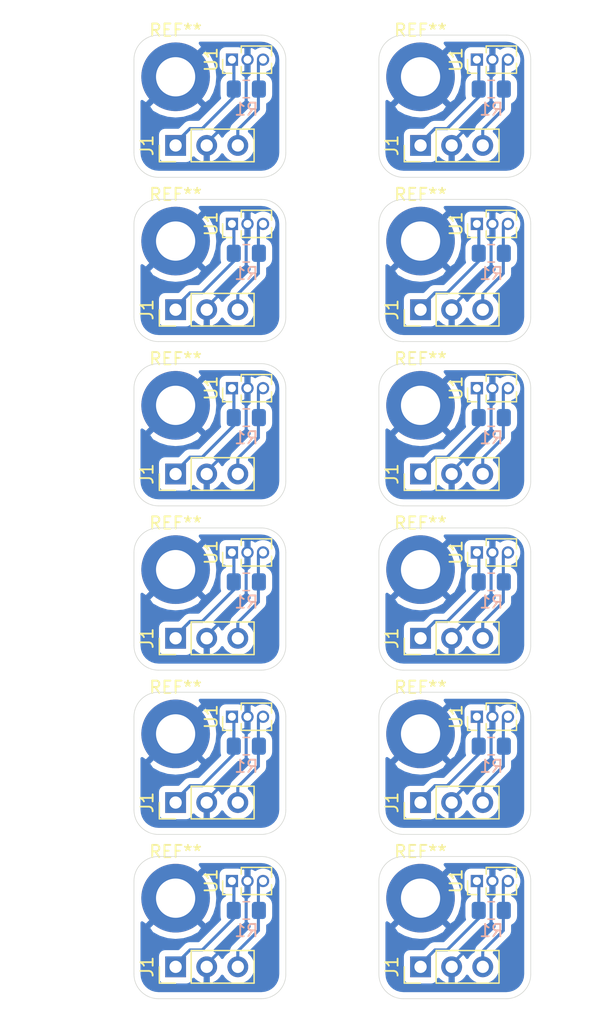
<source format=kicad_pcb>
(kicad_pcb (version 20171130) (host pcbnew 5.1.5+dfsg1-2)
  (layers (0 F.Cu signal) (31 B.Cu signal) (34 B.Paste user) (35 F.Paste user) (36 B.SilkS user) (37 F.SilkS user) (38 B.Mask user) (39 F.Mask user) (44 Edge.Cuts user))
  (net 0 "")
  (net 1 "Net-(J1-Pad3)")
  (net 2 GND)
  (net 3 +5V)
  (module Connector_PinHeader_1.27mm:PinHeader_1x03_P1.27mm_Vertical (layer F.Cu) (at 210.4 113.2 90)
    (fp_text reference U1 (at 0 -1.695 90) (layer F.SilkS))
    (fp_text value A1301EUA-T)
    (pad 3 thru_hole oval (at 0 2.54 90) (size 1 1) (drill 0.65) (layers *.Cu *.Mask) (net 1 "Net-(J1-Pad3)"))
    (pad 2 thru_hole oval (at 0 1.27 90) (size 1 1) (drill 0.65) (layers *.Cu *.Mask) (net 2 GND))
    (pad 1 thru_hole rect (at 0 0 90) (size 1 1) (drill 0.65) (layers *.Cu *.Mask) (net 3 +5V))
  )
  (module MountingHole:MountingHole_3.2mm_M3_DIN965_Pad (layer F.Cu) (at 205.8 114.6)
    (fp_text reference REF** (at 0 -3.8) (layer F.SilkS))
    (fp_text value MountingHole_3.2mm_M3_DIN965_Pad)
    (pad 1 thru_hole circle (at 0 0) (size 5.6 5.6) (drill 3.2) (layers *.Cu *.Mask) (net 2 GND))
  )
  (module Resistor_SMD:R_0805_2012Metric_Pad1.15x1.40mm_HandSolder (layer B.Cu) (at 211.575 115.6)
    (fp_text reference R1 (at 0 1.65) (layer B.SilkS) (effects (justify mirror)))
    (fp_text value R)
    (pad 2 smd roundrect (at 1.025 0) (size 1.15 1.4) (layers B.Cu B.Paste B.Mask) (roundrect_rratio 0.217391) (net 1 "Net-(J1-Pad3)"))
    (pad 1 smd roundrect (at -1.025 0) (size 1.15 1.4) (layers B.Cu B.Paste B.Mask) (roundrect_rratio 0.217391) (net 3 +5V))
  )
  (module Connector_PinHeader_2.54mm:PinHeader_1x03_P2.54mm_Vertical (layer F.Cu) (at 205.8 120.2 90)
    (fp_text reference J1 (at 0 -2.33 90) (layer F.SilkS))
    (fp_text value Conn_01x03)
    (pad 3 thru_hole oval (at 0 5.08 90) (size 1.7 1.7) (drill 1) (layers *.Cu *.Mask) (net 1 "Net-(J1-Pad3)"))
    (pad 2 thru_hole oval (at 0 2.54 90) (size 1.7 1.7) (drill 1) (layers *.Cu *.Mask) (net 2 GND))
    (pad 1 thru_hole rect (at 0 0 90) (size 1.7 1.7) (drill 1) (layers *.Cu *.Mask) (net 3 +5V))
  )
  (module Connector_PinHeader_2.54mm:PinHeader_1x03_P2.54mm_Vertical (layer F.Cu) (at 205.8 80 90)
    (fp_text reference J1 (at 0 -2.33 90) (layer F.SilkS))
    (fp_text value Conn_01x03)
    (pad 1 thru_hole rect (at 0 0 90) (size 1.7 1.7) (drill 1) (layers *.Cu *.Mask) (net 3 +5V))
    (pad 2 thru_hole oval (at 0 2.54 90) (size 1.7 1.7) (drill 1) (layers *.Cu *.Mask) (net 2 GND))
    (pad 3 thru_hole oval (at 0 5.08 90) (size 1.7 1.7) (drill 1) (layers *.Cu *.Mask) (net 1 "Net-(J1-Pad3)"))
  )
  (module Resistor_SMD:R_0805_2012Metric_Pad1.15x1.40mm_HandSolder (layer B.Cu) (at 211.575 48.6)
    (fp_text reference R1 (at 0 1.65) (layer B.SilkS) (effects (justify mirror)))
    (fp_text value R)
    (pad 1 smd roundrect (at -1.025 0) (size 1.15 1.4) (layers B.Cu B.Paste B.Mask) (roundrect_rratio 0.217391) (net 3 +5V))
    (pad 2 smd roundrect (at 1.025 0) (size 1.15 1.4) (layers B.Cu B.Paste B.Mask) (roundrect_rratio 0.217391) (net 1 "Net-(J1-Pad3)"))
  )
  (module Connector_PinHeader_2.54mm:PinHeader_1x03_P2.54mm_Vertical (layer F.Cu) (at 205.8 93.4 90)
    (fp_text reference J1 (at 0 -2.33 90) (layer F.SilkS))
    (fp_text value Conn_01x03)
    (pad 3 thru_hole oval (at 0 5.08 90) (size 1.7 1.7) (drill 1) (layers *.Cu *.Mask) (net 1 "Net-(J1-Pad3)"))
    (pad 2 thru_hole oval (at 0 2.54 90) (size 1.7 1.7) (drill 1) (layers *.Cu *.Mask) (net 2 GND))
    (pad 1 thru_hole rect (at 0 0 90) (size 1.7 1.7) (drill 1) (layers *.Cu *.Mask) (net 3 +5V))
  )
  (module Connector_PinHeader_2.54mm:PinHeader_1x03_P2.54mm_Vertical (layer F.Cu) (at 205.8 53.2 90)
    (fp_text reference J1 (at 0 -2.33 90) (layer F.SilkS))
    (fp_text value Conn_01x03)
    (pad 1 thru_hole rect (at 0 0 90) (size 1.7 1.7) (drill 1) (layers *.Cu *.Mask) (net 3 +5V))
    (pad 2 thru_hole oval (at 0 2.54 90) (size 1.7 1.7) (drill 1) (layers *.Cu *.Mask) (net 2 GND))
    (pad 3 thru_hole oval (at 0 5.08 90) (size 1.7 1.7) (drill 1) (layers *.Cu *.Mask) (net 1 "Net-(J1-Pad3)"))
  )
  (module Connector_PinHeader_2.54mm:PinHeader_1x03_P2.54mm_Vertical (layer F.Cu) (at 205.8 66.6 90)
    (fp_text reference J1 (at 0 -2.33 90) (layer F.SilkS))
    (fp_text value Conn_01x03)
    (pad 3 thru_hole oval (at 0 5.08 90) (size 1.7 1.7) (drill 1) (layers *.Cu *.Mask) (net 1 "Net-(J1-Pad3)"))
    (pad 2 thru_hole oval (at 0 2.54 90) (size 1.7 1.7) (drill 1) (layers *.Cu *.Mask) (net 2 GND))
    (pad 1 thru_hole rect (at 0 0 90) (size 1.7 1.7) (drill 1) (layers *.Cu *.Mask) (net 3 +5V))
  )
  (module Connector_PinHeader_1.27mm:PinHeader_1x03_P1.27mm_Vertical (layer F.Cu) (at 210.4 86.4 90)
    (fp_text reference U1 (at 0 -1.695 90) (layer F.SilkS))
    (fp_text value A1301EUA-T)
    (pad 3 thru_hole oval (at 0 2.54 90) (size 1 1) (drill 0.65) (layers *.Cu *.Mask) (net 1 "Net-(J1-Pad3)"))
    (pad 2 thru_hole oval (at 0 1.27 90) (size 1 1) (drill 0.65) (layers *.Cu *.Mask) (net 2 GND))
    (pad 1 thru_hole rect (at 0 0 90) (size 1 1) (drill 0.65) (layers *.Cu *.Mask) (net 3 +5V))
  )
  (module Resistor_SMD:R_0805_2012Metric_Pad1.15x1.40mm_HandSolder (layer B.Cu) (at 211.575 102.2)
    (fp_text reference R1 (at 0 1.65) (layer B.SilkS) (effects (justify mirror)))
    (fp_text value R)
    (pad 1 smd roundrect (at -1.025 0) (size 1.15 1.4) (layers B.Cu B.Paste B.Mask) (roundrect_rratio 0.217391) (net 3 +5V))
    (pad 2 smd roundrect (at 1.025 0) (size 1.15 1.4) (layers B.Cu B.Paste B.Mask) (roundrect_rratio 0.217391) (net 1 "Net-(J1-Pad3)"))
  )
  (module MountingHole:MountingHole_3.2mm_M3_DIN965_Pad (layer F.Cu) (at 205.8 74.4)
    (fp_text reference REF** (at 0 -3.8) (layer F.SilkS))
    (fp_text value MountingHole_3.2mm_M3_DIN965_Pad)
    (pad 1 thru_hole circle (at 0 0) (size 5.6 5.6) (drill 3.2) (layers *.Cu *.Mask) (net 2 GND))
  )
  (module MountingHole:MountingHole_3.2mm_M3_DIN965_Pad (layer F.Cu) (at 205.8 87.8)
    (fp_text reference REF** (at 0 -3.8) (layer F.SilkS))
    (fp_text value MountingHole_3.2mm_M3_DIN965_Pad)
    (pad 1 thru_hole circle (at 0 0) (size 5.6 5.6) (drill 3.2) (layers *.Cu *.Mask) (net 2 GND))
  )
  (module MountingHole:MountingHole_3.2mm_M3_DIN965_Pad (layer F.Cu) (at 205.8 61)
    (fp_text reference REF** (at 0 -3.8) (layer F.SilkS))
    (fp_text value MountingHole_3.2mm_M3_DIN965_Pad)
    (pad 1 thru_hole circle (at 0 0) (size 5.6 5.6) (drill 3.2) (layers *.Cu *.Mask) (net 2 GND))
  )
  (module Connector_PinHeader_1.27mm:PinHeader_1x03_P1.27mm_Vertical (layer F.Cu) (at 210.4 59.6 90)
    (fp_text reference U1 (at 0 -1.695 90) (layer F.SilkS))
    (fp_text value A1301EUA-T)
    (pad 3 thru_hole oval (at 0 2.54 90) (size 1 1) (drill 0.65) (layers *.Cu *.Mask) (net 1 "Net-(J1-Pad3)"))
    (pad 2 thru_hole oval (at 0 1.27 90) (size 1 1) (drill 0.65) (layers *.Cu *.Mask) (net 2 GND))
    (pad 1 thru_hole rect (at 0 0 90) (size 1 1) (drill 0.65) (layers *.Cu *.Mask) (net 3 +5V))
  )
  (module Connector_PinHeader_1.27mm:PinHeader_1x03_P1.27mm_Vertical (layer F.Cu) (at 210.4 73 90)
    (fp_text reference U1 (at 0 -1.695 90) (layer F.SilkS))
    (fp_text value A1301EUA-T)
    (pad 1 thru_hole rect (at 0 0 90) (size 1 1) (drill 0.65) (layers *.Cu *.Mask) (net 3 +5V))
    (pad 2 thru_hole oval (at 0 1.27 90) (size 1 1) (drill 0.65) (layers *.Cu *.Mask) (net 2 GND))
    (pad 3 thru_hole oval (at 0 2.54 90) (size 1 1) (drill 0.65) (layers *.Cu *.Mask) (net 1 "Net-(J1-Pad3)"))
  )
  (module Resistor_SMD:R_0805_2012Metric_Pad1.15x1.40mm_HandSolder (layer B.Cu) (at 211.575 75.4)
    (fp_text reference R1 (at 0 1.65) (layer B.SilkS) (effects (justify mirror)))
    (fp_text value R)
    (pad 1 smd roundrect (at -1.025 0) (size 1.15 1.4) (layers B.Cu B.Paste B.Mask) (roundrect_rratio 0.217391) (net 3 +5V))
    (pad 2 smd roundrect (at 1.025 0) (size 1.15 1.4) (layers B.Cu B.Paste B.Mask) (roundrect_rratio 0.217391) (net 1 "Net-(J1-Pad3)"))
  )
  (module Resistor_SMD:R_0805_2012Metric_Pad1.15x1.40mm_HandSolder (layer B.Cu) (at 211.575 88.8)
    (fp_text reference R1 (at 0 1.65) (layer B.SilkS) (effects (justify mirror)))
    (fp_text value R)
    (pad 2 smd roundrect (at 1.025 0) (size 1.15 1.4) (layers B.Cu B.Paste B.Mask) (roundrect_rratio 0.217391) (net 1 "Net-(J1-Pad3)"))
    (pad 1 smd roundrect (at -1.025 0) (size 1.15 1.4) (layers B.Cu B.Paste B.Mask) (roundrect_rratio 0.217391) (net 3 +5V))
  )
  (module Resistor_SMD:R_0805_2012Metric_Pad1.15x1.40mm_HandSolder (layer B.Cu) (at 211.575 62)
    (fp_text reference R1 (at 0 1.65) (layer B.SilkS) (effects (justify mirror)))
    (fp_text value R)
    (pad 2 smd roundrect (at 1.025 0) (size 1.15 1.4) (layers B.Cu B.Paste B.Mask) (roundrect_rratio 0.217391) (net 1 "Net-(J1-Pad3)"))
    (pad 1 smd roundrect (at -1.025 0) (size 1.15 1.4) (layers B.Cu B.Paste B.Mask) (roundrect_rratio 0.217391) (net 3 +5V))
  )
  (module MountingHole:MountingHole_3.2mm_M3_DIN965_Pad (layer F.Cu) (at 205.8 101.2)
    (fp_text reference REF** (at 0 -3.8) (layer F.SilkS))
    (fp_text value MountingHole_3.2mm_M3_DIN965_Pad)
    (pad 1 thru_hole circle (at 0 0) (size 5.6 5.6) (drill 3.2) (layers *.Cu *.Mask) (net 2 GND))
  )
  (module Connector_PinHeader_2.54mm:PinHeader_1x03_P2.54mm_Vertical (layer F.Cu) (at 205.8 106.8 90)
    (fp_text reference J1 (at 0 -2.33 90) (layer F.SilkS))
    (fp_text value Conn_01x03)
    (pad 1 thru_hole rect (at 0 0 90) (size 1.7 1.7) (drill 1) (layers *.Cu *.Mask) (net 3 +5V))
    (pad 2 thru_hole oval (at 0 2.54 90) (size 1.7 1.7) (drill 1) (layers *.Cu *.Mask) (net 2 GND))
    (pad 3 thru_hole oval (at 0 5.08 90) (size 1.7 1.7) (drill 1) (layers *.Cu *.Mask) (net 1 "Net-(J1-Pad3)"))
  )
  (module Connector_PinHeader_1.27mm:PinHeader_1x03_P1.27mm_Vertical (layer F.Cu) (at 210.4 99.8 90)
    (fp_text reference U1 (at 0 -1.695 90) (layer F.SilkS))
    (fp_text value A1301EUA-T)
    (pad 1 thru_hole rect (at 0 0 90) (size 1 1) (drill 0.65) (layers *.Cu *.Mask) (net 3 +5V))
    (pad 2 thru_hole oval (at 0 1.27 90) (size 1 1) (drill 0.65) (layers *.Cu *.Mask) (net 2 GND))
    (pad 3 thru_hole oval (at 0 2.54 90) (size 1 1) (drill 0.65) (layers *.Cu *.Mask) (net 1 "Net-(J1-Pad3)"))
  )
  (module MountingHole:MountingHole_3.2mm_M3_DIN965_Pad (layer F.Cu) (at 205.8 47.6)
    (fp_text reference REF** (at 0 -3.8) (layer F.SilkS))
    (fp_text value MountingHole_3.2mm_M3_DIN965_Pad)
    (pad 1 thru_hole circle (at 0 0) (size 5.6 5.6) (drill 3.2) (layers *.Cu *.Mask) (net 2 GND))
  )
  (module Connector_PinHeader_1.27mm:PinHeader_1x03_P1.27mm_Vertical (layer F.Cu) (at 210.4 46.2 90)
    (fp_text reference U1 (at 0 -1.695 90) (layer F.SilkS))
    (fp_text value A1301EUA-T)
    (pad 1 thru_hole rect (at 0 0 90) (size 1 1) (drill 0.65) (layers *.Cu *.Mask) (net 3 +5V))
    (pad 2 thru_hole oval (at 0 1.27 90) (size 1 1) (drill 0.65) (layers *.Cu *.Mask) (net 2 GND))
    (pad 3 thru_hole oval (at 0 2.54 90) (size 1 1) (drill 0.65) (layers *.Cu *.Mask) (net 1 "Net-(J1-Pad3)"))
  )
  (module Resistor_SMD:R_0805_2012Metric_Pad1.15x1.40mm_HandSolder (layer B.Cu) (at 191.575 115.6)
    (fp_text reference R1 (at 0 1.65) (layer B.SilkS) (effects (justify mirror)))
    (fp_text value R)
    (pad 1 smd roundrect (at -1.025 0) (size 1.15 1.4) (layers B.Cu B.Paste B.Mask) (roundrect_rratio 0.217391) (net 3 +5V))
    (pad 2 smd roundrect (at 1.025 0) (size 1.15 1.4) (layers B.Cu B.Paste B.Mask) (roundrect_rratio 0.217391) (net 1 "Net-(J1-Pad3)"))
  )
  (module MountingHole:MountingHole_3.2mm_M3_DIN965_Pad (layer F.Cu) (at 185.8 114.6)
    (fp_text reference REF** (at 0 -3.8) (layer F.SilkS))
    (fp_text value MountingHole_3.2mm_M3_DIN965_Pad)
    (pad 1 thru_hole circle (at 0 0) (size 5.6 5.6) (drill 3.2) (layers *.Cu *.Mask) (net 2 GND))
  )
  (module Connector_PinHeader_2.54mm:PinHeader_1x03_P2.54mm_Vertical (layer F.Cu) (at 185.8 120.2 90)
    (fp_text reference J1 (at 0 -2.33 90) (layer F.SilkS))
    (fp_text value Conn_01x03)
    (pad 1 thru_hole rect (at 0 0 90) (size 1.7 1.7) (drill 1) (layers *.Cu *.Mask) (net 3 +5V))
    (pad 2 thru_hole oval (at 0 2.54 90) (size 1.7 1.7) (drill 1) (layers *.Cu *.Mask) (net 2 GND))
    (pad 3 thru_hole oval (at 0 5.08 90) (size 1.7 1.7) (drill 1) (layers *.Cu *.Mask) (net 1 "Net-(J1-Pad3)"))
  )
  (module Connector_PinHeader_1.27mm:PinHeader_1x03_P1.27mm_Vertical (layer F.Cu) (at 190.4 113.2 90)
    (fp_text reference U1 (at 0 -1.695 90) (layer F.SilkS))
    (fp_text value A1301EUA-T)
    (pad 1 thru_hole rect (at 0 0 90) (size 1 1) (drill 0.65) (layers *.Cu *.Mask) (net 3 +5V))
    (pad 2 thru_hole oval (at 0 1.27 90) (size 1 1) (drill 0.65) (layers *.Cu *.Mask) (net 2 GND))
    (pad 3 thru_hole oval (at 0 2.54 90) (size 1 1) (drill 0.65) (layers *.Cu *.Mask) (net 1 "Net-(J1-Pad3)"))
  )
  (module Connector_PinHeader_2.54mm:PinHeader_1x03_P2.54mm_Vertical (layer F.Cu) (at 185.8 106.8 90)
    (fp_text reference J1 (at 0 -2.33 90) (layer F.SilkS))
    (fp_text value Conn_01x03)
    (pad 3 thru_hole oval (at 0 5.08 90) (size 1.7 1.7) (drill 1) (layers *.Cu *.Mask) (net 1 "Net-(J1-Pad3)"))
    (pad 2 thru_hole oval (at 0 2.54 90) (size 1.7 1.7) (drill 1) (layers *.Cu *.Mask) (net 2 GND))
    (pad 1 thru_hole rect (at 0 0 90) (size 1.7 1.7) (drill 1) (layers *.Cu *.Mask) (net 3 +5V))
  )
  (module Connector_PinHeader_1.27mm:PinHeader_1x03_P1.27mm_Vertical (layer F.Cu) (at 190.4 99.8 90)
    (fp_text reference U1 (at 0 -1.695 90) (layer F.SilkS))
    (fp_text value A1301EUA-T)
    (pad 3 thru_hole oval (at 0 2.54 90) (size 1 1) (drill 0.65) (layers *.Cu *.Mask) (net 1 "Net-(J1-Pad3)"))
    (pad 2 thru_hole oval (at 0 1.27 90) (size 1 1) (drill 0.65) (layers *.Cu *.Mask) (net 2 GND))
    (pad 1 thru_hole rect (at 0 0 90) (size 1 1) (drill 0.65) (layers *.Cu *.Mask) (net 3 +5V))
  )
  (module MountingHole:MountingHole_3.2mm_M3_DIN965_Pad (layer F.Cu) (at 185.8 101.2)
    (fp_text reference REF** (at 0 -3.8) (layer F.SilkS))
    (fp_text value MountingHole_3.2mm_M3_DIN965_Pad)
    (pad 1 thru_hole circle (at 0 0) (size 5.6 5.6) (drill 3.2) (layers *.Cu *.Mask) (net 2 GND))
  )
  (module Resistor_SMD:R_0805_2012Metric_Pad1.15x1.40mm_HandSolder (layer B.Cu) (at 191.575 102.2)
    (fp_text reference R1 (at 0 1.65) (layer B.SilkS) (effects (justify mirror)))
    (fp_text value R)
    (pad 2 smd roundrect (at 1.025 0) (size 1.15 1.4) (layers B.Cu B.Paste B.Mask) (roundrect_rratio 0.217391) (net 1 "Net-(J1-Pad3)"))
    (pad 1 smd roundrect (at -1.025 0) (size 1.15 1.4) (layers B.Cu B.Paste B.Mask) (roundrect_rratio 0.217391) (net 3 +5V))
  )
  (module Connector_PinHeader_2.54mm:PinHeader_1x03_P2.54mm_Vertical (layer F.Cu) (at 185.8 93.4 90)
    (fp_text reference J1 (at 0 -2.33 90) (layer F.SilkS))
    (fp_text value Conn_01x03)
    (pad 1 thru_hole rect (at 0 0 90) (size 1.7 1.7) (drill 1) (layers *.Cu *.Mask) (net 3 +5V))
    (pad 2 thru_hole oval (at 0 2.54 90) (size 1.7 1.7) (drill 1) (layers *.Cu *.Mask) (net 2 GND))
    (pad 3 thru_hole oval (at 0 5.08 90) (size 1.7 1.7) (drill 1) (layers *.Cu *.Mask) (net 1 "Net-(J1-Pad3)"))
  )
  (module MountingHole:MountingHole_3.2mm_M3_DIN965_Pad (layer F.Cu) (at 185.8 87.8)
    (fp_text reference REF** (at 0 -3.8) (layer F.SilkS))
    (fp_text value MountingHole_3.2mm_M3_DIN965_Pad)
    (pad 1 thru_hole circle (at 0 0) (size 5.6 5.6) (drill 3.2) (layers *.Cu *.Mask) (net 2 GND))
  )
  (module Connector_PinHeader_1.27mm:PinHeader_1x03_P1.27mm_Vertical (layer F.Cu) (at 190.4 86.4 90)
    (fp_text reference U1 (at 0 -1.695 90) (layer F.SilkS))
    (fp_text value A1301EUA-T)
    (pad 1 thru_hole rect (at 0 0 90) (size 1 1) (drill 0.65) (layers *.Cu *.Mask) (net 3 +5V))
    (pad 2 thru_hole oval (at 0 1.27 90) (size 1 1) (drill 0.65) (layers *.Cu *.Mask) (net 2 GND))
    (pad 3 thru_hole oval (at 0 2.54 90) (size 1 1) (drill 0.65) (layers *.Cu *.Mask) (net 1 "Net-(J1-Pad3)"))
  )
  (module Resistor_SMD:R_0805_2012Metric_Pad1.15x1.40mm_HandSolder (layer B.Cu) (at 191.575 88.8)
    (fp_text reference R1 (at 0 1.65) (layer B.SilkS) (effects (justify mirror)))
    (fp_text value R)
    (pad 1 smd roundrect (at -1.025 0) (size 1.15 1.4) (layers B.Cu B.Paste B.Mask) (roundrect_rratio 0.217391) (net 3 +5V))
    (pad 2 smd roundrect (at 1.025 0) (size 1.15 1.4) (layers B.Cu B.Paste B.Mask) (roundrect_rratio 0.217391) (net 1 "Net-(J1-Pad3)"))
  )
  (module Connector_PinHeader_2.54mm:PinHeader_1x03_P2.54mm_Vertical (layer F.Cu) (at 185.8 80 90)
    (fp_text reference J1 (at 0 -2.33 90) (layer F.SilkS))
    (fp_text value Conn_01x03)
    (pad 3 thru_hole oval (at 0 5.08 90) (size 1.7 1.7) (drill 1) (layers *.Cu *.Mask) (net 1 "Net-(J1-Pad3)"))
    (pad 2 thru_hole oval (at 0 2.54 90) (size 1.7 1.7) (drill 1) (layers *.Cu *.Mask) (net 2 GND))
    (pad 1 thru_hole rect (at 0 0 90) (size 1.7 1.7) (drill 1) (layers *.Cu *.Mask) (net 3 +5V))
  )
  (module MountingHole:MountingHole_3.2mm_M3_DIN965_Pad (layer F.Cu) (at 185.8 74.4)
    (fp_text reference REF** (at 0 -3.8) (layer F.SilkS))
    (fp_text value MountingHole_3.2mm_M3_DIN965_Pad)
    (pad 1 thru_hole circle (at 0 0) (size 5.6 5.6) (drill 3.2) (layers *.Cu *.Mask) (net 2 GND))
  )
  (module Connector_PinHeader_1.27mm:PinHeader_1x03_P1.27mm_Vertical (layer F.Cu) (at 190.4 73 90)
    (fp_text reference U1 (at 0 -1.695 90) (layer F.SilkS))
    (fp_text value A1301EUA-T)
    (pad 3 thru_hole oval (at 0 2.54 90) (size 1 1) (drill 0.65) (layers *.Cu *.Mask) (net 1 "Net-(J1-Pad3)"))
    (pad 2 thru_hole oval (at 0 1.27 90) (size 1 1) (drill 0.65) (layers *.Cu *.Mask) (net 2 GND))
    (pad 1 thru_hole rect (at 0 0 90) (size 1 1) (drill 0.65) (layers *.Cu *.Mask) (net 3 +5V))
  )
  (module Resistor_SMD:R_0805_2012Metric_Pad1.15x1.40mm_HandSolder (layer B.Cu) (at 191.575 75.4)
    (fp_text reference R1 (at 0 1.65) (layer B.SilkS) (effects (justify mirror)))
    (fp_text value R)
    (pad 2 smd roundrect (at 1.025 0) (size 1.15 1.4) (layers B.Cu B.Paste B.Mask) (roundrect_rratio 0.217391) (net 1 "Net-(J1-Pad3)"))
    (pad 1 smd roundrect (at -1.025 0) (size 1.15 1.4) (layers B.Cu B.Paste B.Mask) (roundrect_rratio 0.217391) (net 3 +5V))
  )
  (module Resistor_SMD:R_0805_2012Metric_Pad1.15x1.40mm_HandSolder (layer B.Cu) (at 191.575 62)
    (fp_text reference R1 (at 0 1.65) (layer B.SilkS) (effects (justify mirror)))
    (fp_text value R)
    (pad 1 smd roundrect (at -1.025 0) (size 1.15 1.4) (layers B.Cu B.Paste B.Mask) (roundrect_rratio 0.217391) (net 3 +5V))
    (pad 2 smd roundrect (at 1.025 0) (size 1.15 1.4) (layers B.Cu B.Paste B.Mask) (roundrect_rratio 0.217391) (net 1 "Net-(J1-Pad3)"))
  )
  (module Connector_PinHeader_2.54mm:PinHeader_1x03_P2.54mm_Vertical (layer F.Cu) (at 185.8 66.6 90)
    (fp_text reference J1 (at 0 -2.33 90) (layer F.SilkS))
    (fp_text value Conn_01x03)
    (pad 1 thru_hole rect (at 0 0 90) (size 1.7 1.7) (drill 1) (layers *.Cu *.Mask) (net 3 +5V))
    (pad 2 thru_hole oval (at 0 2.54 90) (size 1.7 1.7) (drill 1) (layers *.Cu *.Mask) (net 2 GND))
    (pad 3 thru_hole oval (at 0 5.08 90) (size 1.7 1.7) (drill 1) (layers *.Cu *.Mask) (net 1 "Net-(J1-Pad3)"))
  )
  (module MountingHole:MountingHole_3.2mm_M3_DIN965_Pad (layer F.Cu) (at 185.8 61)
    (fp_text reference REF** (at 0 -3.8) (layer F.SilkS))
    (fp_text value MountingHole_3.2mm_M3_DIN965_Pad)
    (pad 1 thru_hole circle (at 0 0) (size 5.6 5.6) (drill 3.2) (layers *.Cu *.Mask) (net 2 GND))
  )
  (module Connector_PinHeader_1.27mm:PinHeader_1x03_P1.27mm_Vertical (layer F.Cu) (at 190.4 59.6 90)
    (fp_text reference U1 (at 0 -1.695 90) (layer F.SilkS))
    (fp_text value A1301EUA-T)
    (pad 1 thru_hole rect (at 0 0 90) (size 1 1) (drill 0.65) (layers *.Cu *.Mask) (net 3 +5V))
    (pad 2 thru_hole oval (at 0 1.27 90) (size 1 1) (drill 0.65) (layers *.Cu *.Mask) (net 2 GND))
    (pad 3 thru_hole oval (at 0 2.54 90) (size 1 1) (drill 0.65) (layers *.Cu *.Mask) (net 1 "Net-(J1-Pad3)"))
  )
  (module Connector_PinHeader_1.27mm:PinHeader_1x03_P1.27mm_Vertical (layer F.Cu) (at 190.4 46.2 90)
    (fp_text reference U1 (at 0 -1.695 90) (layer F.SilkS))
    (fp_text value A1301EUA-T)
    (pad 3 thru_hole oval (at 0 2.54 90) (size 1 1) (drill 0.65) (layers *.Cu *.Mask) (net 1 "Net-(J1-Pad3)"))
    (pad 2 thru_hole oval (at 0 1.27 90) (size 1 1) (drill 0.65) (layers *.Cu *.Mask) (net 2 GND))
    (pad 1 thru_hole rect (at 0 0 90) (size 1 1) (drill 0.65) (layers *.Cu *.Mask) (net 3 +5V))
  )
  (module MountingHole:MountingHole_3.2mm_M3_DIN965_Pad (layer F.Cu) (at 185.8 47.6)
    (fp_text reference REF** (at 0 -3.8) (layer F.SilkS))
    (fp_text value MountingHole_3.2mm_M3_DIN965_Pad)
    (pad 1 thru_hole circle (at 0 0) (size 5.6 5.6) (drill 3.2) (layers *.Cu *.Mask) (net 2 GND))
  )
  (module Connector_PinHeader_2.54mm:PinHeader_1x03_P2.54mm_Vertical (layer F.Cu) (at 185.8 53.2 90)
    (fp_text reference J1 (at 0 -2.33 90) (layer F.SilkS))
    (fp_text value Conn_01x03)
    (pad 3 thru_hole oval (at 0 5.08 90) (size 1.7 1.7) (drill 1) (layers *.Cu *.Mask) (net 1 "Net-(J1-Pad3)"))
    (pad 2 thru_hole oval (at 0 2.54 90) (size 1.7 1.7) (drill 1) (layers *.Cu *.Mask) (net 2 GND))
    (pad 1 thru_hole rect (at 0 0 90) (size 1.7 1.7) (drill 1) (layers *.Cu *.Mask) (net 3 +5V))
  )
  (module Resistor_SMD:R_0805_2012Metric_Pad1.15x1.40mm_HandSolder (layer B.Cu) (at 191.575 48.6)
    (fp_text reference R1 (at 0 1.65) (layer B.SilkS) (effects (justify mirror)))
    (fp_text value R)
    (pad 2 smd roundrect (at 1.025 0) (size 1.15 1.4) (layers B.Cu B.Paste B.Mask) (roundrect_rratio 0.217391) (net 1 "Net-(J1-Pad3)"))
    (pad 1 smd roundrect (at -1.025 0) (size 1.15 1.4) (layers B.Cu B.Paste B.Mask) (roundrect_rratio 0.217391) (net 3 +5V))
  )
  (gr_arc (start 212.8 94) (end 212.8 96) (angle -90) (layer Edge.Cuts) (width 0.05))
  (gr_line (start 214.8 73) (end 214.8 80.6) (layer Edge.Cuts) (width 0.05))
  (gr_line (start 204.4 111.2) (end 212.8 111.2) (layer Edge.Cuts) (width 0.05))
  (gr_line (start 202.4 94) (end 202.4 86.4) (layer Edge.Cuts) (width 0.05))
  (gr_line (start 212.8 109.4) (end 204.4 109.4) (layer Edge.Cuts) (width 0.05))
  (gr_arc (start 212.8 86.4) (end 214.8 86.4) (angle -90) (layer Edge.Cuts) (width 0.05))
  (gr_line (start 204.4 84.4) (end 212.8 84.4) (layer Edge.Cuts) (width 0.05))
  (gr_line (start 212.8 69.2) (end 204.4 69.2) (layer Edge.Cuts) (width 0.05))
  (gr_line (start 214.8 59.6) (end 214.8 67.2) (layer Edge.Cuts) (width 0.05))
  (gr_arc (start 204.4 59.6) (end 204.4 57.6) (angle -90) (layer Edge.Cuts) (width 0.05))
  (gr_line (start 212.8 96) (end 204.4 96) (layer Edge.Cuts) (width 0.05))
  (gr_line (start 202.4 80.6) (end 202.4 73) (layer Edge.Cuts) (width 0.05))
  (gr_line (start 202.4 67.2) (end 202.4 59.6) (layer Edge.Cuts) (width 0.05))
  (gr_line (start 214.8 99.8) (end 214.8 107.4) (layer Edge.Cuts) (width 0.05))
  (gr_line (start 214.8 86.4) (end 214.8 94) (layer Edge.Cuts) (width 0.05))
  (gr_arc (start 204.4 107.4) (end 202.4 107.4) (angle -90) (layer Edge.Cuts) (width 0.05))
  (gr_line (start 212.8 82.6) (end 204.4 82.6) (layer Edge.Cuts) (width 0.05))
  (gr_arc (start 204.4 99.8) (end 204.4 97.8) (angle -90) (layer Edge.Cuts) (width 0.05))
  (gr_line (start 204.4 57.6) (end 212.8 57.6) (layer Edge.Cuts) (width 0.05))
  (gr_arc (start 212.8 120.8) (end 212.8 122.8) (angle -90) (layer Edge.Cuts) (width 0.05))
  (gr_arc (start 212.8 107.4) (end 212.8 109.4) (angle -90) (layer Edge.Cuts) (width 0.05))
  (gr_line (start 202.4 107.4) (end 202.4 99.8) (layer Edge.Cuts) (width 0.05))
  (gr_arc (start 204.4 94) (end 202.4 94) (angle -90) (layer Edge.Cuts) (width 0.05))
  (gr_arc (start 204.4 53.8) (end 202.4 53.8) (angle -90) (layer Edge.Cuts) (width 0.05))
  (gr_line (start 204.4 44.2) (end 212.8 44.2) (layer Edge.Cuts) (width 0.05))
  (gr_arc (start 204.4 73) (end 204.4 71) (angle -90) (layer Edge.Cuts) (width 0.05))
  (gr_arc (start 204.4 120.8) (end 202.4 120.8) (angle -90) (layer Edge.Cuts) (width 0.05))
  (gr_arc (start 204.4 80.6) (end 202.4 80.6) (angle -90) (layer Edge.Cuts) (width 0.05))
  (gr_arc (start 212.8 59.6) (end 214.8 59.6) (angle -90) (layer Edge.Cuts) (width 0.05))
  (gr_arc (start 212.8 53.8) (end 212.8 55.8) (angle -90) (layer Edge.Cuts) (width 0.05))
  (gr_arc (start 212.8 80.6) (end 212.8 82.6) (angle -90) (layer Edge.Cuts) (width 0.05))
  (gr_line (start 212.8 55.8) (end 204.4 55.8) (layer Edge.Cuts) (width 0.05))
  (gr_line (start 202.4 53.8) (end 202.4 46.2) (layer Edge.Cuts) (width 0.05))
  (gr_arc (start 212.8 73) (end 214.8 73) (angle -90) (layer Edge.Cuts) (width 0.05))
  (gr_arc (start 212.8 67.2) (end 212.8 69.2) (angle -90) (layer Edge.Cuts) (width 0.05))
  (gr_line (start 212.8 122.8) (end 204.4 122.8) (layer Edge.Cuts) (width 0.05))
  (gr_line (start 214.8 113.2) (end 214.8 120.8) (layer Edge.Cuts) (width 0.05))
  (gr_arc (start 204.4 67.2) (end 202.4 67.2) (angle -90) (layer Edge.Cuts) (width 0.05))
  (gr_arc (start 212.8 46.2) (end 214.8 46.2) (angle -90) (layer Edge.Cuts) (width 0.05))
  (gr_arc (start 204.4 86.4) (end 204.4 84.4) (angle -90) (layer Edge.Cuts) (width 0.05))
  (gr_line (start 202.4 120.8) (end 202.4 113.2) (layer Edge.Cuts) (width 0.05))
  (gr_arc (start 204.4 113.2) (end 204.4 111.2) (angle -90) (layer Edge.Cuts) (width 0.05))
  (gr_arc (start 212.8 113.2) (end 214.8 113.2) (angle -90) (layer Edge.Cuts) (width 0.05))
  (gr_line (start 214.8 46.2) (end 214.8 53.8) (layer Edge.Cuts) (width 0.05))
  (gr_line (start 204.4 71) (end 212.8 71) (layer Edge.Cuts) (width 0.05))
  (gr_arc (start 212.8 99.8) (end 214.8 99.8) (angle -90) (layer Edge.Cuts) (width 0.05))
  (gr_line (start 204.4 97.8) (end 212.8 97.8) (layer Edge.Cuts) (width 0.05))
  (gr_arc (start 204.4 46.2) (end 204.4 44.2) (angle -90) (layer Edge.Cuts) (width 0.05))
  (gr_line (start 192.8 122.8) (end 184.4 122.8) (layer Edge.Cuts) (width 0.05))
  (gr_line (start 194.8 113.2) (end 194.8 120.8) (layer Edge.Cuts) (width 0.05))
  (gr_arc (start 184.4 120.8) (end 182.4 120.8) (angle -90) (layer Edge.Cuts) (width 0.05))
  (gr_arc (start 184.4 113.2) (end 184.4 111.2) (angle -90) (layer Edge.Cuts) (width 0.05))
  (gr_arc (start 192.8 120.8) (end 192.8 122.8) (angle -90) (layer Edge.Cuts) (width 0.05))
  (gr_line (start 182.4 120.8) (end 182.4 113.2) (layer Edge.Cuts) (width 0.05))
  (gr_arc (start 192.8 113.2) (end 194.8 113.2) (angle -90) (layer Edge.Cuts) (width 0.05))
  (gr_line (start 184.4 111.2) (end 192.8 111.2) (layer Edge.Cuts) (width 0.05))
  (gr_arc (start 192.8 107.4) (end 192.8 109.4) (angle -90) (layer Edge.Cuts) (width 0.05))
  (gr_line (start 182.4 107.4) (end 182.4 99.8) (layer Edge.Cuts) (width 0.05))
  (gr_arc (start 192.8 99.8) (end 194.8 99.8) (angle -90) (layer Edge.Cuts) (width 0.05))
  (gr_line (start 184.4 97.8) (end 192.8 97.8) (layer Edge.Cuts) (width 0.05))
  (gr_line (start 192.8 109.4) (end 184.4 109.4) (layer Edge.Cuts) (width 0.05))
  (gr_line (start 194.8 99.8) (end 194.8 107.4) (layer Edge.Cuts) (width 0.05))
  (gr_arc (start 184.4 107.4) (end 182.4 107.4) (angle -90) (layer Edge.Cuts) (width 0.05))
  (gr_arc (start 184.4 99.8) (end 184.4 97.8) (angle -90) (layer Edge.Cuts) (width 0.05))
  (gr_line (start 194.8 86.4) (end 194.8 94) (layer Edge.Cuts) (width 0.05))
  (gr_line (start 182.4 94) (end 182.4 86.4) (layer Edge.Cuts) (width 0.05))
  (gr_line (start 192.8 96) (end 184.4 96) (layer Edge.Cuts) (width 0.05))
  (gr_arc (start 184.4 86.4) (end 184.4 84.4) (angle -90) (layer Edge.Cuts) (width 0.05))
  (gr_arc (start 184.4 94) (end 182.4 94) (angle -90) (layer Edge.Cuts) (width 0.05))
  (gr_arc (start 192.8 94) (end 192.8 96) (angle -90) (layer Edge.Cuts) (width 0.05))
  (gr_arc (start 192.8 86.4) (end 194.8 86.4) (angle -90) (layer Edge.Cuts) (width 0.05))
  (gr_line (start 184.4 84.4) (end 192.8 84.4) (layer Edge.Cuts) (width 0.05))
  (gr_line (start 192.8 82.6) (end 184.4 82.6) (layer Edge.Cuts) (width 0.05))
  (gr_line (start 194.8 73) (end 194.8 80.6) (layer Edge.Cuts) (width 0.05))
  (gr_arc (start 184.4 73) (end 184.4 71) (angle -90) (layer Edge.Cuts) (width 0.05))
  (gr_line (start 182.4 80.6) (end 182.4 73) (layer Edge.Cuts) (width 0.05))
  (gr_line (start 184.4 71) (end 192.8 71) (layer Edge.Cuts) (width 0.05))
  (gr_arc (start 192.8 73) (end 194.8 73) (angle -90) (layer Edge.Cuts) (width 0.05))
  (gr_arc (start 192.8 80.6) (end 192.8 82.6) (angle -90) (layer Edge.Cuts) (width 0.05))
  (gr_arc (start 184.4 80.6) (end 182.4 80.6) (angle -90) (layer Edge.Cuts) (width 0.05))
  (gr_arc (start 184.4 67.2) (end 182.4 67.2) (angle -90) (layer Edge.Cuts) (width 0.05))
  (gr_line (start 184.4 57.6) (end 192.8 57.6) (layer Edge.Cuts) (width 0.05))
  (gr_arc (start 192.8 67.2) (end 192.8 69.2) (angle -90) (layer Edge.Cuts) (width 0.05))
  (gr_line (start 192.8 69.2) (end 184.4 69.2) (layer Edge.Cuts) (width 0.05))
  (gr_line (start 182.4 67.2) (end 182.4 59.6) (layer Edge.Cuts) (width 0.05))
  (gr_arc (start 192.8 59.6) (end 194.8 59.6) (angle -90) (layer Edge.Cuts) (width 0.05))
  (gr_line (start 194.8 59.6) (end 194.8 67.2) (layer Edge.Cuts) (width 0.05))
  (gr_arc (start 184.4 59.6) (end 184.4 57.6) (angle -90) (layer Edge.Cuts) (width 0.05))
  (gr_line (start 182.4 53.8) (end 182.4 46.2) (layer Edge.Cuts) (width 0.05))
  (gr_line (start 192.8 55.8) (end 184.4 55.8) (layer Edge.Cuts) (width 0.05))
  (gr_line (start 194.8 46.2) (end 194.8 53.8) (layer Edge.Cuts) (width 0.05))
  (gr_line (start 184.4 44.2) (end 192.8 44.2) (layer Edge.Cuts) (width 0.05))
  (gr_arc (start 184.4 53.8) (end 182.4 53.8) (angle -90) (layer Edge.Cuts) (width 0.05))
  (gr_arc (start 192.8 53.8) (end 192.8 55.8) (angle -90) (layer Edge.Cuts) (width 0.05))
  (gr_arc (start 192.8 46.2) (end 194.8 46.2) (angle -90) (layer Edge.Cuts) (width 0.05))
  (gr_arc (start 184.4 46.2) (end 184.4 44.2) (angle -90) (layer Edge.Cuts) (width 0.05))
  (segment (start 192.56 50.24) (end 192.56 46.314999) (width 0.25) (layer B.Cu) (net 1))
  (segment (start 190.88 53) (end 190.88 51.92) (width 0.25) (layer B.Cu) (net 1))
  (segment (start 190.88 51.92) (end 192.56 50.24) (width 0.25) (layer B.Cu) (net 1))
  (segment (start 192.56 63.64) (end 192.56 59.714999) (width 0.25) (layer B.Cu) (net 1))
  (segment (start 190.88 65.32) (end 192.56 63.64) (width 0.25) (layer B.Cu) (net 1))
  (segment (start 190.88 66.4) (end 190.88 65.32) (width 0.25) (layer B.Cu) (net 1))
  (segment (start 190.88 79.8) (end 190.88 78.72) (width 0.25) (layer B.Cu) (net 1))
  (segment (start 190.88 78.72) (end 192.56 77.04) (width 0.25) (layer B.Cu) (net 1))
  (segment (start 192.56 77.04) (end 192.56 73.114999) (width 0.25) (layer B.Cu) (net 1))
  (segment (start 190.88 92.12) (end 192.56 90.44) (width 0.25) (layer B.Cu) (net 1))
  (segment (start 190.88 93.2) (end 190.88 92.12) (width 0.25) (layer B.Cu) (net 1))
  (segment (start 192.56 90.44) (end 192.56 86.514999) (width 0.25) (layer B.Cu) (net 1))
  (segment (start 190.88 105.52) (end 192.56 103.84) (width 0.25) (layer B.Cu) (net 1))
  (segment (start 190.88 106.6) (end 190.88 105.52) (width 0.25) (layer B.Cu) (net 1))
  (segment (start 192.56 103.84) (end 192.56 99.914999) (width 0.25) (layer B.Cu) (net 1))
  (segment (start 190.88 118.92) (end 192.56 117.24) (width 0.25) (layer B.Cu) (net 1))
  (segment (start 190.88 120) (end 190.88 118.92) (width 0.25) (layer B.Cu) (net 1))
  (segment (start 192.56 117.24) (end 192.56 113.314999) (width 0.25) (layer B.Cu) (net 1))
  (segment (start 210.88 92.12) (end 212.56 90.44) (width 0.25) (layer B.Cu) (net 1))
  (segment (start 212.56 50.24) (end 212.56 46.314999) (width 0.25) (layer B.Cu) (net 1))
  (segment (start 212.56 117.24) (end 212.56 113.314999) (width 0.25) (layer B.Cu) (net 1))
  (segment (start 210.88 51.92) (end 212.56 50.24) (width 0.25) (layer B.Cu) (net 1))
  (segment (start 210.88 120) (end 210.88 118.92) (width 0.25) (layer B.Cu) (net 1))
  (segment (start 210.88 93.2) (end 210.88 92.12) (width 0.25) (layer B.Cu) (net 1))
  (segment (start 210.88 66.4) (end 210.88 65.32) (width 0.25) (layer B.Cu) (net 1))
  (segment (start 210.88 78.72) (end 212.56 77.04) (width 0.25) (layer B.Cu) (net 1))
  (segment (start 210.88 65.32) (end 212.56 63.64) (width 0.25) (layer B.Cu) (net 1))
  (segment (start 210.88 105.52) (end 212.56 103.84) (width 0.25) (layer B.Cu) (net 1))
  (segment (start 210.88 106.6) (end 210.88 105.52) (width 0.25) (layer B.Cu) (net 1))
  (segment (start 212.56 90.44) (end 212.56 86.514999) (width 0.25) (layer B.Cu) (net 1))
  (segment (start 210.88 79.8) (end 210.88 78.72) (width 0.25) (layer B.Cu) (net 1))
  (segment (start 212.56 77.04) (end 212.56 73.114999) (width 0.25) (layer B.Cu) (net 1))
  (segment (start 210.88 118.92) (end 212.56 117.24) (width 0.25) (layer B.Cu) (net 1))
  (segment (start 210.88 53) (end 210.88 51.92) (width 0.25) (layer B.Cu) (net 1))
  (segment (start 212.56 103.84) (end 212.56 99.914999) (width 0.25) (layer B.Cu) (net 1))
  (segment (start 212.56 63.64) (end 212.56 59.714999) (width 0.25) (layer B.Cu) (net 1))
  (segment (start 191.56 49.78) (end 189.189999 52.150001) (width 0.25) (layer B.Cu) (net 2))
  (segment (start 191.56 46.314999) (end 191.56 49.78) (width 0.25) (layer B.Cu) (net 2))
  (segment (start 189.189999 52.150001) (end 188.34 53) (width 0.25) (layer B.Cu) (net 2))
  (segment (start 191.56 59.714999) (end 191.56 63.18) (width 0.25) (layer B.Cu) (net 2))
  (segment (start 189.189999 65.550001) (end 188.34 66.4) (width 0.25) (layer B.Cu) (net 2))
  (segment (start 191.56 63.18) (end 189.189999 65.550001) (width 0.25) (layer B.Cu) (net 2))
  (segment (start 189.189999 78.950001) (end 188.34 79.8) (width 0.25) (layer B.Cu) (net 2))
  (segment (start 191.56 76.58) (end 189.189999 78.950001) (width 0.25) (layer B.Cu) (net 2))
  (segment (start 191.56 73.114999) (end 191.56 76.58) (width 0.25) (layer B.Cu) (net 2))
  (segment (start 191.56 89.98) (end 189.189999 92.350001) (width 0.25) (layer B.Cu) (net 2))
  (segment (start 191.56 86.514999) (end 191.56 89.98) (width 0.25) (layer B.Cu) (net 2))
  (segment (start 189.189999 92.350001) (end 188.34 93.2) (width 0.25) (layer B.Cu) (net 2))
  (segment (start 191.56 99.914999) (end 191.56 103.38) (width 0.25) (layer B.Cu) (net 2))
  (segment (start 191.56 103.38) (end 189.189999 105.750001) (width 0.25) (layer B.Cu) (net 2))
  (segment (start 189.189999 105.750001) (end 188.34 106.6) (width 0.25) (layer B.Cu) (net 2))
  (segment (start 189.189999 119.150001) (end 188.34 120) (width 0.25) (layer B.Cu) (net 2))
  (segment (start 191.56 116.78) (end 189.189999 119.150001) (width 0.25) (layer B.Cu) (net 2))
  (segment (start 191.56 113.314999) (end 191.56 116.78) (width 0.25) (layer B.Cu) (net 2))
  (segment (start 211.56 86.514999) (end 211.56 89.98) (width 0.25) (layer B.Cu) (net 2))
  (segment (start 209.189999 105.750001) (end 208.34 106.6) (width 0.25) (layer B.Cu) (net 2))
  (segment (start 211.56 76.58) (end 209.189999 78.950001) (width 0.25) (layer B.Cu) (net 2))
  (segment (start 211.56 116.78) (end 209.189999 119.150001) (width 0.25) (layer B.Cu) (net 2))
  (segment (start 211.56 46.314999) (end 211.56 49.78) (width 0.25) (layer B.Cu) (net 2))
  (segment (start 209.189999 65.550001) (end 208.34 66.4) (width 0.25) (layer B.Cu) (net 2))
  (segment (start 211.56 73.114999) (end 211.56 76.58) (width 0.25) (layer B.Cu) (net 2))
  (segment (start 211.56 63.18) (end 209.189999 65.550001) (width 0.25) (layer B.Cu) (net 2))
  (segment (start 211.56 89.98) (end 209.189999 92.350001) (width 0.25) (layer B.Cu) (net 2))
  (segment (start 211.56 103.38) (end 209.189999 105.750001) (width 0.25) (layer B.Cu) (net 2))
  (segment (start 211.56 99.914999) (end 211.56 103.38) (width 0.25) (layer B.Cu) (net 2))
  (segment (start 209.189999 92.350001) (end 208.34 93.2) (width 0.25) (layer B.Cu) (net 2))
  (segment (start 209.189999 78.950001) (end 208.34 79.8) (width 0.25) (layer B.Cu) (net 2))
  (segment (start 209.189999 52.150001) (end 208.34 53) (width 0.25) (layer B.Cu) (net 2))
  (segment (start 209.189999 119.150001) (end 208.34 120) (width 0.25) (layer B.Cu) (net 2))
  (segment (start 211.56 113.314999) (end 211.56 116.78) (width 0.25) (layer B.Cu) (net 2))
  (segment (start 211.56 59.714999) (end 211.56 63.18) (width 0.25) (layer B.Cu) (net 2))
  (segment (start 211.56 49.78) (end 209.189999 52.150001) (width 0.25) (layer B.Cu) (net 2))
  (segment (start 187.975001 51.824999) (end 186.975001 51.824999) (width 0.25) (layer B.Cu) (net 3))
  (segment (start 190.56 46.314999) (end 190.56 49.24) (width 0.25) (layer B.Cu) (net 3))
  (segment (start 186.975001 51.824999) (end 185.8 53) (width 0.25) (layer B.Cu) (net 3))
  (segment (start 190.56 49.24) (end 187.975001 51.824999) (width 0.25) (layer B.Cu) (net 3))
  (segment (start 186.975001 65.224999) (end 185.8 66.4) (width 0.25) (layer B.Cu) (net 3))
  (segment (start 190.56 62.64) (end 187.975001 65.224999) (width 0.25) (layer B.Cu) (net 3))
  (segment (start 187.975001 65.224999) (end 186.975001 65.224999) (width 0.25) (layer B.Cu) (net 3))
  (segment (start 190.56 59.714999) (end 190.56 62.64) (width 0.25) (layer B.Cu) (net 3))
  (segment (start 190.56 76.04) (end 187.975001 78.624999) (width 0.25) (layer B.Cu) (net 3))
  (segment (start 187.975001 78.624999) (end 186.975001 78.624999) (width 0.25) (layer B.Cu) (net 3))
  (segment (start 186.975001 78.624999) (end 185.8 79.8) (width 0.25) (layer B.Cu) (net 3))
  (segment (start 190.56 73.114999) (end 190.56 76.04) (width 0.25) (layer B.Cu) (net 3))
  (segment (start 187.975001 92.024999) (end 186.975001 92.024999) (width 0.25) (layer B.Cu) (net 3))
  (segment (start 190.56 89.44) (end 187.975001 92.024999) (width 0.25) (layer B.Cu) (net 3))
  (segment (start 190.56 86.514999) (end 190.56 89.44) (width 0.25) (layer B.Cu) (net 3))
  (segment (start 186.975001 92.024999) (end 185.8 93.2) (width 0.25) (layer B.Cu) (net 3))
  (segment (start 186.975001 105.424999) (end 185.8 106.6) (width 0.25) (layer B.Cu) (net 3))
  (segment (start 190.56 99.914999) (end 190.56 102.84) (width 0.25) (layer B.Cu) (net 3))
  (segment (start 190.56 102.84) (end 187.975001 105.424999) (width 0.25) (layer B.Cu) (net 3))
  (segment (start 187.975001 105.424999) (end 186.975001 105.424999) (width 0.25) (layer B.Cu) (net 3))
  (segment (start 187.975001 118.824999) (end 186.975001 118.824999) (width 0.25) (layer B.Cu) (net 3))
  (segment (start 190.56 116.24) (end 187.975001 118.824999) (width 0.25) (layer B.Cu) (net 3))
  (segment (start 186.975001 118.824999) (end 185.8 120) (width 0.25) (layer B.Cu) (net 3))
  (segment (start 190.56 113.314999) (end 190.56 116.24) (width 0.25) (layer B.Cu) (net 3))
  (segment (start 210.56 113.314999) (end 210.56 116.24) (width 0.25) (layer B.Cu) (net 3))
  (segment (start 207.975001 105.424999) (end 206.975001 105.424999) (width 0.25) (layer B.Cu) (net 3))
  (segment (start 206.975001 92.024999) (end 205.8 93.2) (width 0.25) (layer B.Cu) (net 3))
  (segment (start 210.56 102.84) (end 207.975001 105.424999) (width 0.25) (layer B.Cu) (net 3))
  (segment (start 210.56 116.24) (end 207.975001 118.824999) (width 0.25) (layer B.Cu) (net 3))
  (segment (start 210.56 86.514999) (end 210.56 89.44) (width 0.25) (layer B.Cu) (net 3))
  (segment (start 206.975001 51.824999) (end 205.8 53) (width 0.25) (layer B.Cu) (net 3))
  (segment (start 210.56 89.44) (end 207.975001 92.024999) (width 0.25) (layer B.Cu) (net 3))
  (segment (start 210.56 49.24) (end 207.975001 51.824999) (width 0.25) (layer B.Cu) (net 3))
  (segment (start 207.975001 51.824999) (end 206.975001 51.824999) (width 0.25) (layer B.Cu) (net 3))
  (segment (start 210.56 62.64) (end 207.975001 65.224999) (width 0.25) (layer B.Cu) (net 3))
  (segment (start 207.975001 92.024999) (end 206.975001 92.024999) (width 0.25) (layer B.Cu) (net 3))
  (segment (start 206.975001 105.424999) (end 205.8 106.6) (width 0.25) (layer B.Cu) (net 3))
  (segment (start 210.56 99.914999) (end 210.56 102.84) (width 0.25) (layer B.Cu) (net 3))
  (segment (start 207.975001 65.224999) (end 206.975001 65.224999) (width 0.25) (layer B.Cu) (net 3))
  (segment (start 206.975001 118.824999) (end 205.8 120) (width 0.25) (layer B.Cu) (net 3))
  (segment (start 207.975001 78.624999) (end 206.975001 78.624999) (width 0.25) (layer B.Cu) (net 3))
  (segment (start 210.56 76.04) (end 207.975001 78.624999) (width 0.25) (layer B.Cu) (net 3))
  (segment (start 210.56 73.114999) (end 210.56 76.04) (width 0.25) (layer B.Cu) (net 3))
  (segment (start 206.975001 65.224999) (end 205.8 66.4) (width 0.25) (layer B.Cu) (net 3))
  (segment (start 206.975001 78.624999) (end 205.8 79.8) (width 0.25) (layer B.Cu) (net 3))
  (segment (start 210.56 46.314999) (end 210.56 49.24) (width 0.25) (layer B.Cu) (net 3))
  (segment (start 210.56 59.714999) (end 210.56 62.64) (width 0.25) (layer B.Cu) (net 3))
  (segment (start 207.975001 118.824999) (end 206.975001 118.824999) (width 0.25) (layer B.Cu) (net 3))
  (zone (net 2) (net_name GND) (layer B.Cu) (connect_pads (clearance 0.508)) (min_thickness 0.254) (fill yes (arc_segments 32) (thermal_gap 0.508) (thermal_bridge_width 0.508))
    (polygon (pts (xy 195.2 56.2) (xy 181.6 56.2) (xy 181.6 43.6) (xy 195.2 43.6)))
  )
  (zone (net 2) (net_name GND) (layer B.Cu) (connect_pads (clearance 0.508)) (min_thickness 0.254) (fill yes (arc_segments 32) (thermal_gap 0.508) (thermal_bridge_width 0.508))
    (polygon (pts (xy 195.2 69.6) (xy 181.6 69.6) (xy 181.6 57) (xy 195.2 57)))
  )
  (zone (net 2) (net_name GND) (layer B.Cu) (connect_pads (clearance 0.508)) (min_thickness 0.254) (fill yes (arc_segments 32) (thermal_gap 0.508) (thermal_bridge_width 0.508))
    (polygon (pts (xy 195.2 83) (xy 181.6 83) (xy 181.6 70.4) (xy 195.2 70.4)))
  )
  (zone (net 2) (net_name GND) (layer B.Cu) (connect_pads (clearance 0.508)) (min_thickness 0.254) (fill yes (arc_segments 32) (thermal_gap 0.508) (thermal_bridge_width 0.508))
    (polygon (pts (xy 195.2 96.4) (xy 181.6 96.4) (xy 181.6 83.8) (xy 195.2 83.8)))
  )
  (zone (net 2) (net_name GND) (layer B.Cu) (connect_pads (clearance 0.508)) (min_thickness 0.254) (fill yes (arc_segments 32) (thermal_gap 0.508) (thermal_bridge_width 0.508))
    (polygon (pts (xy 195.2 109.8) (xy 181.6 109.8) (xy 181.6 97.2) (xy 195.2 97.2)))
  )
  (zone (net 2) (net_name GND) (layer B.Cu) (connect_pads (clearance 0.508)) (min_thickness 0.254) (fill yes (arc_segments 32) (thermal_gap 0.508) (thermal_bridge_width 0.508))
    (polygon (pts (xy 195.2 123.2) (xy 181.6 123.2) (xy 181.6 110.6) (xy 195.2 110.6)))
  )
  (zone (net 2) (net_name GND) (layer B.Cu) (connect_pads (clearance 0.508)) (min_thickness 0.254) (fill yes (arc_segments 32) (thermal_gap 0.508) (thermal_bridge_width 0.508))
    (polygon (pts (xy 215.2 109.8) (xy 201.6 109.8) (xy 201.6 97.2) (xy 215.2 97.2)))
  )
  (zone (net 2) (net_name GND) (layer B.Cu) (connect_pads (clearance 0.508)) (min_thickness 0.254) (fill yes (arc_segments 32) (thermal_gap 0.508) (thermal_bridge_width 0.508))
    (polygon (pts (xy 215.2 56.2) (xy 201.6 56.2) (xy 201.6 43.6) (xy 215.2 43.6)))
  )
  (zone (net 2) (net_name GND) (layer B.Cu) (connect_pads (clearance 0.508)) (min_thickness 0.254) (fill yes (arc_segments 32) (thermal_gap 0.508) (thermal_bridge_width 0.508))
    (polygon (pts (xy 215.2 83) (xy 201.6 83) (xy 201.6 70.4) (xy 215.2 70.4)))
  )
  (zone (net 2) (net_name GND) (layer B.Cu) (connect_pads (clearance 0.508)) (min_thickness 0.254) (fill yes (arc_segments 32) (thermal_gap 0.508) (thermal_bridge_width 0.508))
    (polygon (pts (xy 215.2 69.6) (xy 201.6 69.6) (xy 201.6 57) (xy 215.2 57)))
  )
  (zone (net 2) (net_name GND) (layer B.Cu) (connect_pads (clearance 0.508)) (min_thickness 0.254) (fill yes (arc_segments 32) (thermal_gap 0.508) (thermal_bridge_width 0.508))
    (polygon (pts (xy 215.2 96.4) (xy 201.6 96.4) (xy 201.6 83.8) (xy 215.2 83.8)))
  )
  (zone (net 2) (net_name GND) (layer B.Cu) (connect_pads (clearance 0.508)) (min_thickness 0.254) (fill yes (arc_segments 32) (thermal_gap 0.508) (thermal_bridge_width 0.508))
    (polygon (pts (xy 215.2 123.2) (xy 201.6 123.2) (xy 201.6 110.6) (xy 215.2 110.6)))
  )
)
</source>
